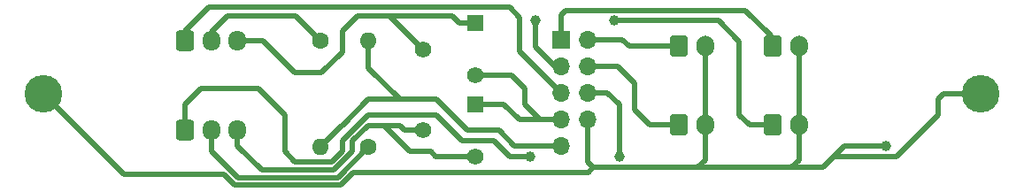
<source format=gbl>
G04 #@! TF.GenerationSoftware,KiCad,Pcbnew,8.0.4*
G04 #@! TF.CreationDate,2024-08-20T15:03:28-04:00*
G04 #@! TF.ProjectId,VectexController,56656374-6578-4436-9f6e-74726f6c6c65,rev?*
G04 #@! TF.SameCoordinates,Original*
G04 #@! TF.FileFunction,Copper,L2,Bot*
G04 #@! TF.FilePolarity,Positive*
%FSLAX46Y46*%
G04 Gerber Fmt 4.6, Leading zero omitted, Abs format (unit mm)*
G04 Created by KiCad (PCBNEW 8.0.4) date 2024-08-20 15:03:28*
%MOMM*%
%LPD*%
G01*
G04 APERTURE LIST*
G04 Aperture macros list*
%AMRoundRect*
0 Rectangle with rounded corners*
0 $1 Rounding radius*
0 $2 $3 $4 $5 $6 $7 $8 $9 X,Y pos of 4 corners*
0 Add a 4 corners polygon primitive as box body*
4,1,4,$2,$3,$4,$5,$6,$7,$8,$9,$2,$3,0*
0 Add four circle primitives for the rounded corners*
1,1,$1+$1,$2,$3*
1,1,$1+$1,$4,$5*
1,1,$1+$1,$6,$7*
1,1,$1+$1,$8,$9*
0 Add four rect primitives between the rounded corners*
20,1,$1+$1,$2,$3,$4,$5,0*
20,1,$1+$1,$4,$5,$6,$7,0*
20,1,$1+$1,$6,$7,$8,$9,0*
20,1,$1+$1,$8,$9,$2,$3,0*%
G04 Aperture macros list end*
G04 #@! TA.AperFunction,ComponentPad*
%ADD10R,1.700000X1.700000*%
G04 #@! TD*
G04 #@! TA.AperFunction,ComponentPad*
%ADD11O,1.700000X1.700000*%
G04 #@! TD*
G04 #@! TA.AperFunction,ComponentPad*
%ADD12RoundRect,0.250000X-0.600000X-0.750000X0.600000X-0.750000X0.600000X0.750000X-0.600000X0.750000X0*%
G04 #@! TD*
G04 #@! TA.AperFunction,ComponentPad*
%ADD13O,1.700000X2.000000*%
G04 #@! TD*
G04 #@! TA.AperFunction,ComponentPad*
%ADD14RoundRect,0.250000X-0.600000X-0.725000X0.600000X-0.725000X0.600000X0.725000X-0.600000X0.725000X0*%
G04 #@! TD*
G04 #@! TA.AperFunction,ComponentPad*
%ADD15O,1.700000X1.950000*%
G04 #@! TD*
G04 #@! TA.AperFunction,ComponentPad*
%ADD16R,1.560000X1.560000*%
G04 #@! TD*
G04 #@! TA.AperFunction,ComponentPad*
%ADD17C,1.560000*%
G04 #@! TD*
G04 #@! TA.AperFunction,ComponentPad*
%ADD18C,1.600000*%
G04 #@! TD*
G04 #@! TA.AperFunction,ComponentPad*
%ADD19O,1.600000X1.600000*%
G04 #@! TD*
G04 #@! TA.AperFunction,ComponentPad*
%ADD20C,3.600000*%
G04 #@! TD*
G04 #@! TA.AperFunction,ViaPad*
%ADD21C,1.000000*%
G04 #@! TD*
G04 #@! TA.AperFunction,Conductor*
%ADD22C,0.500000*%
G04 #@! TD*
G04 APERTURE END LIST*
D10*
X157924466Y-79804466D03*
D11*
X160464466Y-79804466D03*
X157924466Y-82344466D03*
X160464466Y-82344466D03*
X157924466Y-84884466D03*
X160464466Y-84884466D03*
X157924466Y-87424466D03*
X160464466Y-87424466D03*
X157924466Y-89964466D03*
D12*
X178214466Y-80439466D03*
D13*
X180714466Y-80439466D03*
D14*
X121964466Y-88439466D03*
D15*
X124464466Y-88439466D03*
X126964466Y-88439466D03*
D16*
X149704466Y-78224466D03*
D17*
X144704466Y-80724466D03*
X149704466Y-83224466D03*
D16*
X149704466Y-85964466D03*
D17*
X144704466Y-88464466D03*
X149704466Y-90964466D03*
D18*
X139500000Y-90080000D03*
D19*
X139500000Y-79920000D03*
D18*
X134914466Y-79884466D03*
D19*
X134914466Y-90044466D03*
D12*
X178214466Y-87964466D03*
D13*
X180714466Y-87964466D03*
D20*
X198100000Y-85000000D03*
D12*
X169214466Y-87939466D03*
D13*
X171714466Y-87939466D03*
D20*
X108400000Y-85000000D03*
D12*
X169214466Y-80439466D03*
D13*
X171714466Y-80439466D03*
D14*
X121964466Y-79939466D03*
D15*
X124464466Y-79939466D03*
X126964466Y-79939466D03*
D21*
X189000000Y-90000000D03*
X163000000Y-78000000D03*
X155500000Y-78000000D03*
X163500000Y-91000000D03*
X155000000Y-91000000D03*
D22*
X160464466Y-91508932D02*
X160464466Y-87424466D01*
X125710050Y-92700000D02*
X116100000Y-92700000D01*
X194535534Y-84964466D02*
X194000000Y-85500000D01*
X194000000Y-85500000D02*
X194000000Y-87000000D01*
X185044466Y-90000000D02*
X183000000Y-92044466D01*
X189000000Y-90000000D02*
X187544466Y-90000000D01*
X190000000Y-91000000D02*
X184044466Y-91000000D01*
X171714466Y-91330000D02*
X171000000Y-92044466D01*
X136869950Y-93700000D02*
X126710050Y-93700000D01*
X183000000Y-92044466D02*
X180000000Y-92044466D01*
X126710050Y-93700000D02*
X125710050Y-92700000D01*
X187544466Y-90000000D02*
X185044466Y-90000000D01*
X180714466Y-80439466D02*
X180714466Y-87964466D01*
X180714466Y-87964466D02*
X180714466Y-91330000D01*
X194000000Y-87000000D02*
X190000000Y-91000000D01*
X180714466Y-91330000D02*
X180000000Y-92044466D01*
X116100000Y-92700000D02*
X108400000Y-85000000D01*
X184044466Y-91000000D02*
X183000000Y-92044466D01*
X138069950Y-92500000D02*
X136869950Y-93700000D01*
X161000000Y-92044466D02*
X160544466Y-92500000D01*
X171714466Y-87939466D02*
X171714466Y-91330000D01*
X161000000Y-92044466D02*
X160464466Y-91508932D01*
X160544466Y-92500000D02*
X138069950Y-92500000D01*
X198000000Y-84964466D02*
X194535534Y-84964466D01*
X171714466Y-80439466D02*
X171714466Y-87939466D01*
X161000000Y-92044466D02*
X171000000Y-92044466D01*
X171000000Y-92044466D02*
X180000000Y-92044466D01*
X178214466Y-80439466D02*
X178005151Y-80230151D01*
X178214466Y-80439466D02*
X178005151Y-80439466D01*
X178005151Y-80230151D02*
X178005151Y-79419733D01*
X158400000Y-77000000D02*
X157924466Y-77475534D01*
X175585418Y-77000000D02*
X178005151Y-79419733D01*
X157924466Y-77475534D02*
X157924466Y-79804466D01*
X175585418Y-77000000D02*
X158400000Y-77000000D01*
X164439466Y-80439466D02*
X163804466Y-79804466D01*
X169214466Y-80439466D02*
X164439466Y-80439466D01*
X163804466Y-79804466D02*
X160464466Y-79804466D01*
X175964466Y-87964466D02*
X175000000Y-87000000D01*
X155500000Y-80500000D02*
X155500000Y-78000000D01*
X157924466Y-82344466D02*
X157344466Y-82344466D01*
X156500000Y-81500000D02*
X155500000Y-80500000D01*
X175000000Y-87000000D02*
X175000000Y-80000000D01*
X175000000Y-80000000D02*
X173000000Y-78000000D01*
X178214466Y-87964466D02*
X175964466Y-87964466D01*
X157344466Y-82344466D02*
X156500000Y-81500000D01*
X165000000Y-78000000D02*
X163000000Y-78000000D01*
X173000000Y-78000000D02*
X165000000Y-78000000D01*
X169214466Y-87939466D02*
X166439466Y-87939466D01*
X166439466Y-87939466D02*
X165000000Y-86500000D01*
X165000000Y-86500000D02*
X165000000Y-84000000D01*
X163344466Y-82344466D02*
X160464466Y-82344466D01*
X165000000Y-84000000D02*
X163344466Y-82344466D01*
X154500000Y-86000000D02*
X155924466Y-87424466D01*
X149704466Y-85964466D02*
X152464466Y-85964466D01*
X149704466Y-83224466D02*
X153224466Y-83224466D01*
X153224466Y-83224466D02*
X154500000Y-84500000D01*
X153924466Y-87424466D02*
X155924466Y-87424466D01*
X155924466Y-87424466D02*
X157924466Y-87424466D01*
X154500000Y-84500000D02*
X154500000Y-86000000D01*
X152464466Y-85964466D02*
X153924466Y-87424466D01*
X137000000Y-90500000D02*
X136000000Y-91500000D01*
X131500000Y-87000000D02*
X129000000Y-84500000D01*
X123500000Y-84500000D02*
X122000000Y-86000000D01*
X163500000Y-86000000D02*
X162384466Y-84884466D01*
X136000000Y-91500000D02*
X132500000Y-91500000D01*
X151500000Y-89500000D02*
X148500000Y-89500000D01*
X160464466Y-84884466D02*
X160464466Y-84964466D01*
X163500000Y-91000000D02*
X163500000Y-86000000D01*
X129000000Y-84500000D02*
X123500000Y-84500000D01*
X122000000Y-86000000D02*
X122000000Y-88403932D01*
X162384466Y-84884466D02*
X160464466Y-84884466D01*
X153000000Y-91000000D02*
X151500000Y-89500000D01*
X148500000Y-89500000D02*
X146000000Y-87000000D01*
X131500000Y-90500000D02*
X131500000Y-87000000D01*
X155000000Y-91000000D02*
X153000000Y-91000000D01*
X137000000Y-89500000D02*
X137000000Y-90500000D01*
X139500000Y-87000000D02*
X137000000Y-89500000D01*
X146000000Y-87000000D02*
X139500000Y-87000000D01*
X132500000Y-91500000D02*
X131500000Y-90500000D01*
X160464466Y-84964466D02*
X160500000Y-85000000D01*
X122000000Y-88403932D02*
X121964466Y-88439466D01*
X137000000Y-88000000D02*
X139500000Y-85500000D01*
X136958932Y-88000000D02*
X137000000Y-88000000D01*
X134914466Y-90044466D02*
X136958932Y-88000000D01*
X153464466Y-89964466D02*
X152000000Y-88500000D01*
X146000000Y-85500000D02*
X142500000Y-85500000D01*
X149000000Y-88500000D02*
X146000000Y-85500000D01*
X152000000Y-88500000D02*
X149000000Y-88500000D01*
X157924466Y-89964466D02*
X153464466Y-89964466D01*
X139500000Y-82500000D02*
X142500000Y-85500000D01*
X139500000Y-85500000D02*
X142500000Y-85500000D01*
X139500000Y-79920000D02*
X139500000Y-82500000D01*
X124214466Y-76714466D02*
X121964466Y-78964466D01*
X153000000Y-76714466D02*
X124214466Y-76714466D01*
X154000000Y-77714466D02*
X153000000Y-76714466D01*
X121964466Y-78964466D02*
X121964466Y-79939466D01*
X154000000Y-80960000D02*
X154000000Y-77714466D01*
X157924466Y-84884466D02*
X154000000Y-80960000D01*
X137000000Y-79000000D02*
X137000000Y-81000000D01*
X148224466Y-78224466D02*
X147500000Y-77500000D01*
X149704466Y-78224466D02*
X148224466Y-78224466D01*
X132500000Y-83000000D02*
X129439466Y-79939466D01*
X147500000Y-77500000D02*
X140500000Y-77500000D01*
X129439466Y-79939466D02*
X126964466Y-79939466D01*
X137000000Y-81000000D02*
X135000000Y-83000000D01*
X141480000Y-77500000D02*
X140500000Y-77500000D01*
X140500000Y-77500000D02*
X138500000Y-77500000D01*
X135000000Y-83000000D02*
X132500000Y-83000000D01*
X144704466Y-80724466D02*
X141480000Y-77500000D01*
X138500000Y-77500000D02*
X137000000Y-79000000D01*
X124464466Y-79939466D02*
X124464466Y-79035534D01*
X132530000Y-77500000D02*
X134914466Y-79884466D01*
X124464466Y-79035534D02*
X126000000Y-77500000D01*
X126000000Y-77500000D02*
X132530000Y-77500000D01*
X142500000Y-88000000D02*
X141000000Y-88000000D01*
X144704466Y-88464466D02*
X142964466Y-88464466D01*
X145500000Y-90500000D02*
X145964466Y-90964466D01*
X141000000Y-88000000D02*
X143500000Y-90500000D01*
X141000000Y-88000000D02*
X139500000Y-88000000D01*
X145964466Y-90964466D02*
X149704466Y-90964466D01*
X136200000Y-92300000D02*
X129300000Y-92300000D01*
X129300000Y-92300000D02*
X126964466Y-89964466D01*
X142964466Y-88464466D02*
X142500000Y-88000000D01*
X138000000Y-90500000D02*
X136200000Y-92300000D01*
X138000000Y-89500000D02*
X138000000Y-90500000D01*
X126964466Y-89964466D02*
X126964466Y-88439466D01*
X139500000Y-88000000D02*
X138000000Y-89500000D01*
X143500000Y-90500000D02*
X145500000Y-90500000D01*
X124464466Y-90464466D02*
X124464466Y-88439466D01*
X136580000Y-93000000D02*
X127000000Y-93000000D01*
X139500000Y-90080000D02*
X136580000Y-93000000D01*
X127000000Y-93000000D02*
X124464466Y-90464466D01*
M02*

</source>
